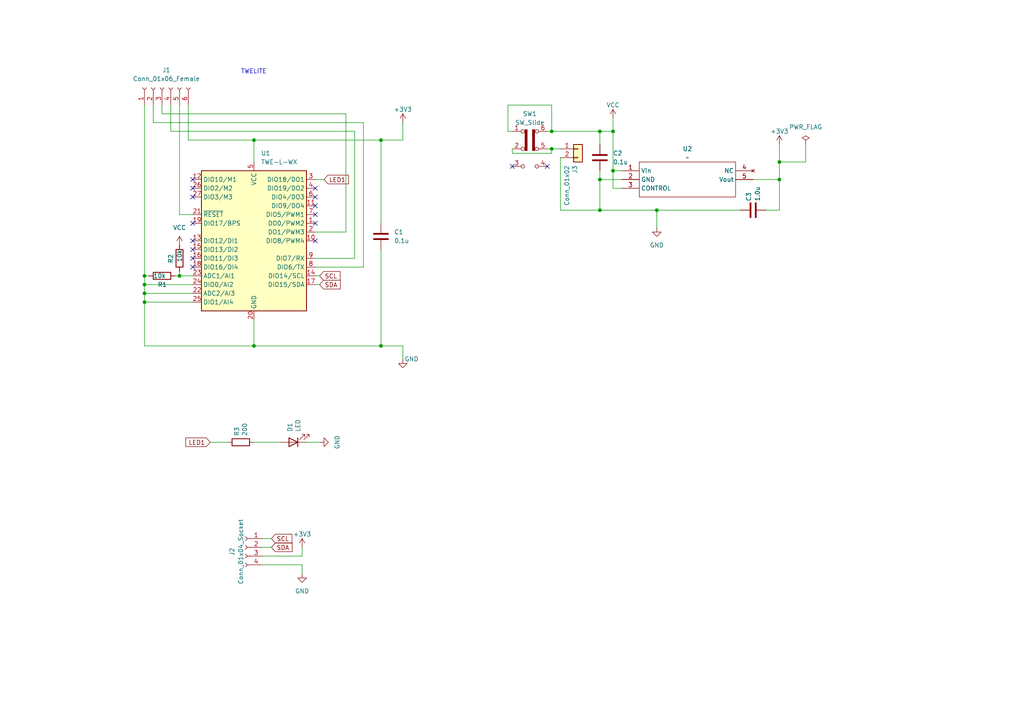
<source format=kicad_sch>
(kicad_sch (version 20231120) (generator "eeschema") (generator_version "8.0")
  (paper "A4")
  (title_block (title "Barometer") (rev "0.0") (company "NABA"))
  (lib_symbols
    (symbol "Connector:Conn_01x04_Socket" (pin_names (offset 1.016) hide)
      (property "Reference" "J" (at 0 5.08 0))
      (property "Value" "Conn_01x04_Socket" (at 0 -7.62 0))
      (symbol "Conn_01x04_Socket_1_1"
        (arc (start 0 -4.572) (mid -0.5058 -5.08) (end 0 -5.588) (stroke (width 0.1524)))
        (arc (start 0 -2.032) (mid -0.5058 -2.54) (end 0 -3.048) (stroke (width 0.1524)))
        (polyline (pts (xy -1.27 -5.08) (xy -0.508 -5.08)) (stroke (width 0.1524)))
        (polyline (pts (xy -1.27 -2.54) (xy -0.508 -2.54)) (stroke (width 0.1524)))
        (polyline (pts (xy -1.27 0) (xy -0.508 0)) (stroke (width 0.1524)))
        (polyline (pts (xy -1.27 2.54) (xy -0.508 2.54)) (stroke (width 0.1524)))
        (arc (start 0 0.508) (mid -0.5058 0) (end 0 -0.508) (stroke (width 0.1524)))
        (arc (start 0 3.048) (mid -0.5058 2.54) (end 0 2.032) (stroke (width 0.1524)))
        (pin passive line (at -5.08 2.54 0) (length 3.81) (name "Pin_1") (number "1"))
        (pin passive line (at -5.08 0 0) (length 3.81) (name "Pin_2") (number "2"))
        (pin passive line (at -5.08 -2.54 0) (length 3.81) (name "Pin_3") (number "3"))
        (pin passive line (at -5.08 -5.08 0) (length 3.81) (name "Pin_4") (number "4"))
      )
    )
    (symbol "Connector:Conn_01x06_Female" (pin_names (offset 1.016) hide)
      (property "Reference" "J" (at 0 7.62 0))
      (property "Value" "Conn_01x06_Female" (at 0 -10.16 0))
      (symbol "Conn_01x06_Female_1_1"
        (arc (start 0 -7.112) (mid -0.5058 -7.62) (end 0 -8.128) (stroke (width 0.1524)))
        (arc (start 0 -4.572) (mid -0.5058 -5.08) (end 0 -5.588) (stroke (width 0.1524)))
        (arc (start 0 -2.032) (mid -0.5058 -2.54) (end 0 -3.048) (stroke (width 0.1524)))
        (polyline (pts (xy -1.27 -7.62) (xy -0.508 -7.62)) (stroke (width 0.1524)))
        (polyline (pts (xy -1.27 -5.08) (xy -0.508 -5.08)) (stroke (width 0.1524)))
        (polyline (pts (xy -1.27 -2.54) (xy -0.508 -2.54)) (stroke (width 0.1524)))
        (polyline (pts (xy -1.27 0) (xy -0.508 0)) (stroke (width 0.1524)))
        (polyline (pts (xy -1.27 2.54) (xy -0.508 2.54)) (stroke (width 0.1524)))
        (polyline (pts (xy -1.27 5.08) (xy -0.508 5.08)) (stroke (width 0.1524)))
        (arc (start 0 0.508) (mid -0.5058 0) (end 0 -0.508) (stroke (width 0.1524)))
        (arc (start 0 3.048) (mid -0.5058 2.54) (end 0 2.032) (stroke (width 0.1524)))
        (arc (start 0 5.588) (mid -0.5058 5.08) (end 0 4.572) (stroke (width 0.1524)))
        (pin passive line (at -5.08 5.08 0) (length 3.81) (name "Pin_1") (number "1"))
        (pin passive line (at -5.08 2.54 0) (length 3.81) (name "Pin_2") (number "2"))
        (pin passive line (at -5.08 0 0) (length 3.81) (name "Pin_3") (number "3"))
        (pin passive line (at -5.08 -2.54 0) (length 3.81) (name "Pin_4") (number "4"))
        (pin passive line (at -5.08 -5.08 0) (length 3.81) (name "Pin_5") (number "5"))
        (pin passive line (at -5.08 -7.62 0) (length 3.81) (name "Pin_6") (number "6"))
      )
    )
    (symbol "Connector_Generic:Conn_01x02" (pin_names (offset 1.016) hide)
      (property "Reference" "J" (at 0 2.54 0))
      (property "Value" "Conn_01x02" (at 0 -5.08 0))
      (symbol "Conn_01x02_1_1"
        (rectangle (start -1.27 -2.413) (end 0 -2.667) (stroke (width 0.1524)))
        (rectangle (start -1.27 0.127) (end 0 -0.127) (stroke (width 0.1524)))
        (rectangle (start -1.27 1.27) (end 1.27 -3.81) (stroke (width 0.254)) (fill (type background)))
        (pin passive line (at -5.08 0 0) (length 3.81) (name "Pin_1") (number "1"))
        (pin passive line (at -5.08 -2.54 0) (length 3.81) (name "Pin_2") (number "2"))
      )
    )
    (symbol "Device:C" (pin_numbers hide) (pin_names (offset 0.254))
      (property "Reference" "C" (at 0.635 2.54 0))
      (property "Value" "C" (at 0.635 -2.54 0))
      (symbol "C_0_1"
        (polyline (pts (xy -2.032 -0.762) (xy 2.032 -0.762)) (stroke (width 0.508)))
        (polyline (pts (xy -2.032 0.762) (xy 2.032 0.762)) (stroke (width 0.508)))
      )
      (symbol "C_1_1"
        (pin passive line (at 0 3.81 270) (length 2.794) (name "~") (number "1"))
        (pin passive line (at 0 -3.81 90) (length 2.794) (name "~") (number "2"))
      )
    )
    (symbol "Device:LED" (pin_numbers hide) (pin_names (offset 1.016) hide)
      (property "Reference" "D" (at 0 2.54 0))
      (property "Value" "LED" (at 0 -2.54 0))
      (symbol "LED_0_1"
        (polyline (pts (xy -1.27 -1.27) (xy -1.27 1.27)) (stroke (width 0.254)))
        (polyline (pts (xy -1.27 0) (xy 1.27 0)))
        (polyline (pts (xy 1.27 -1.27) (xy 1.27 1.27) (xy -1.27 0) (xy 1.27 -1.27)) (stroke (width 0.254)))
        (polyline (pts (xy -3.048 -0.762) (xy -4.572 -2.286) (xy -3.81 -2.286) (xy -4.572 -2.286) (xy -4.572 -1.524)))
        (polyline (pts (xy -1.778 -0.762) (xy -3.302 -2.286) (xy -2.54 -2.286) (xy -3.302 -2.286) (xy -3.302 -1.524)))
      )
      (symbol "LED_1_1"
        (pin passive line (at -3.81 0 0) (length 2.54) (name "K") (number "1"))
        (pin passive line (at 3.81 0 180) (length 2.54) (name "A") (number "2"))
      )
    )
    (symbol "Device:R" (pin_numbers hide) (pin_names (offset 0))
      (property "Reference" "R" (at 2.032 0 90))
      (property "Value" "R" (at 0 0 90))
      (symbol "R_0_1"
        (rectangle (start -1.016 -2.54) (end 1.016 2.54) (stroke (width 0.254)))
      )
      (symbol "R_1_1"
        (pin passive line (at 0 3.81 270) (length 1.27) (name "~") (number "1"))
        (pin passive line (at 0 -3.81 90) (length 1.27) (name "~") (number "2"))
      )
    )
    (symbol "GND_1" (power) (pin_names (offset 0))
      (property "Value" "GND_1" (at 0 -3.81 0))
      (symbol "GND_1_0_1"
        (polyline (pts (xy 0 0) (xy 0 -1.27) (xy 1.27 -1.27) (xy 0 -2.54) (xy -1.27 -1.27) (xy 0 -1.27)))
      )
      (symbol "GND_1_1_1"
        (pin power_in line (at 0 0 270) (length 0) hide (name "GND") (number "1"))
      )
    )
    (symbol "GND_2" (power) (pin_names (offset 0))
      (property "Value" "GND_2" (at 0 -3.81 0))
      (symbol "GND_2_0_1"
        (polyline (pts (xy 0 0) (xy 0 -1.27) (xy 1.27 -1.27) (xy 0 -2.54) (xy -1.27 -1.27) (xy 0 -1.27)))
      )
      (symbol "GND_2_1_1"
        (pin power_in line (at 0 0 270) (length 0) hide (name "GND") (number "1"))
      )
    )
    (symbol "NABA:NJM2866F33"
      (property "Reference" "U" (at 0 0 0))
      (symbol "NJM2866F33_0_1"
        (polyline (pts (xy -13.97 5.08) (xy 13.97 5.08) (xy 13.97 -5.08) (xy -13.97 -5.08) (xy -13.97 5.08)) (stroke (width 0.1524)))
      )
      (symbol "NJM2866F33_1_0"
        (pin power_in line (at -19.05 2.54 0) (length 5.08) (name "Vin") (number "1"))
        (pin input line (at -19.05 0 0) (length 5.08) (name "GND") (number "2"))
        (pin input line (at -19.05 -2.54 0) (length 5.08) (name "CONTROL") (number "3"))
        (pin no_connect line (at 19.05 2.54 180) (length 5.08) (name "NC") (number "4"))
        (pin power_out line (at 19.05 0 180) (length 5.08) (name "Vout") (number "5"))
      )
    )
    (symbol "NABA:SW_Slide" (pin_names (offset 0) hide)
      (property "Reference" "SW" (at 0 6.858 0))
      (property "Value" "SW_Slide" (at 0 -8.128 0))
      (symbol "SW_Slide_0_0"
        (circle (center -2.032 -5.08) (radius 0.508))
        (circle (center -2.032 5.08) (radius 0.508))
        (circle (center 2.032 -5.08) (radius 0.508))
        (circle (center 2.032 0) (radius 0.508))
      )
      (symbol "SW_Slide_0_1"
        (circle (center -2.032 0) (radius 0.508))
        (circle (center 2.032 5.08) (radius 0.508))
      )
      (symbol "SW_Slide_1_1"
        (rectangle (start -1.397 5.588) (end -0.762 -0.508) (fill (type outline)))
        (rectangle (start 0.762 5.588) (end 1.397 -0.508) (fill (type outline)))
        (pin passive line (at -5.08 5.08 0) (length 2.54) (name "A") (number "1"))
        (pin passive line (at -5.08 0 0) (length 2.54) (name "B") (number "2"))
        (pin passive line (at -5.08 -5.08 0) (length 2.54) (name "C") (number "3"))
        (pin passive line (at 5.08 -5.08 180) (length 2.54) (name "A") (number "4"))
        (pin passive line (at 5.08 0 180) (length 2.54) (name "B") (number "5"))
        (pin passive line (at 5.08 5.08 180) (length 2.54) (name "C") (number "6"))
      )
    )
    (symbol "RF_ZigBee:TWE-L-WX"
      (property "Reference" "U" (at -11.43 21.59 0))
      (property "Value" "TWE-L-WX" (at 7.62 21.59 0))
      (symbol "TWE-L-WX_1_0"
        (rectangle (start -15.24 -20.32) (end 15.24 20.32) (stroke (width 0.254)) (fill (type background)))
      )
      (symbol "TWE-L-WX_1_1"
        (pin output line (at 17.78 5.08 180) (length 2.54) (name "DO0/PWM2") (number "1"))
        (pin bidirectional line (at 17.78 0 180) (length 2.54) (name "DIO8/PWM4") (number "10"))
        (pin bidirectional line (at 17.78 10.16 180) (length 2.54) (name "DIO9/DO4") (number "11"))
        (pin bidirectional line (at -17.78 17.78 0) (length 2.54) (name "DIO10/M1") (number "12"))
        (pin bidirectional line (at -17.78 0 0) (length 2.54) (name "DIO12/DI1") (number "13"))
        (pin bidirectional line (at 17.78 -10.16 180) (length 2.54) (name "DIO14/SCL") (number "14"))
        (pin bidirectional line (at -17.78 -2.54 0) (length 2.54) (name "DIO13/DI2") (number "15"))
        (pin bidirectional line (at -17.78 -5.08 0) (length 2.54) (name "DIO11/DI3") (number "16"))
        (pin bidirectional line (at 17.78 -12.7 180) (length 2.54) (name "DIO15/SDA") (number "17"))
        (pin bidirectional line (at -17.78 -7.62 0) (length 2.54) (name "DIO16/DI4") (number "18"))
        (pin bidirectional line (at -17.78 5.08 0) (length 2.54) (name "DIO17/BPS") (number "19"))
        (pin bidirectional line (at 17.78 2.54 180) (length 2.54) (name "DO1/PWM3") (number "2"))
        (pin power_in line (at 0 -22.86 90) (length 2.54) (name "GND") (number "20"))
        (pin input line (at -17.78 7.62 0) (length 2.54) (name "~{RESET}") (number "21"))
        (pin input line (at -17.78 -15.24 0) (length 2.54) (name "ADC2/AI3") (number "22"))
        (pin input line (at -17.78 -10.16 0) (length 2.54) (name "ADC1/AI1") (number "23"))
        (pin bidirectional line (at -17.78 -12.7 0) (length 2.54) (name "DIO0/AI2") (number "24"))
        (pin bidirectional line (at -17.78 -17.78 0) (length 2.54) (name "DIO1/AI4") (number "25"))
        (pin bidirectional line (at -17.78 15.24 0) (length 2.54) (name "DIO2/M2") (number "26"))
        (pin bidirectional line (at -17.78 12.7 0) (length 2.54) (name "DIO3/M3") (number "27"))
        (pin passive line (at 0 -22.86 90) (length 2.54) hide (name "GND") (number "28"))
        (pin no_connect line (at 15.24 -17.78 180) (length 2.54) hide (name "NC") (number "29"))
        (pin bidirectional line (at 17.78 17.78 180) (length 2.54) (name "DIO18/DO1") (number "3"))
        (pin passive line (at 0 -22.86 90) (length 2.54) hide (name "GND") (number "30"))
        (pin passive line (at 0 -22.86 90) (length 2.54) hide (name "GND") (number "31"))
        (pin passive line (at 0 -22.86 90) (length 2.54) hide (name "GND") (number "32"))
        (pin bidirectional line (at 17.78 15.24 180) (length 2.54) (name "DIO19/DO2") (number "4"))
        (pin power_in line (at 0 22.86 270) (length 2.54) (name "VCC") (number "5"))
        (pin bidirectional line (at 17.78 12.7 180) (length 2.54) (name "DIO4/DO3") (number "6"))
        (pin bidirectional line (at 17.78 7.62 180) (length 2.54) (name "DIO5/PWM1") (number "7"))
        (pin bidirectional line (at 17.78 -7.62 180) (length 2.54) (name "DIO6/TX") (number "8"))
        (pin bidirectional line (at 17.78 -5.08 180) (length 2.54) (name "DIO7/RX") (number "9"))
      )
    )
    (symbol "power:+3V3" (power) (pin_names (offset 0))
      (property "Value" "+3V3" (at 0 3.556 0))
      (symbol "+3V3_0_1"
        (polyline (pts (xy -0.762 1.27) (xy 0 2.54)))
        (polyline (pts (xy 0 0) (xy 0 2.54)))
        (polyline (pts (xy 0 2.54) (xy 0.762 1.27)))
      )
      (symbol "+3V3_1_1"
        (pin power_in line (at 0 0 90) (length 0) hide (name "+3V3") (number "1"))
      )
    )
    (symbol "power:GND" (power) (pin_names (offset 0))
      (property "Value" "GND" (at 0 -3.81 0))
      (symbol "GND_0_1"
        (polyline (pts (xy 0 0) (xy 0 -1.27) (xy 1.27 -1.27) (xy 0 -2.54) (xy -1.27 -1.27) (xy 0 -1.27)))
      )
      (symbol "GND_1_1"
        (pin power_in line (at 0 0 270) (length 0) hide (name "GND") (number "1"))
      )
    )
    (symbol "power:PWR_FLAG" (power) (pin_numbers hide) (pin_names (offset 0) hide)
      (property "Value" "PWR_FLAG" (at 0 3.81 0))
      (symbol "PWR_FLAG_0_0"
        (pin power_out line (at 0 0 90) (length 0) (name "pwr") (number "1"))
      )
      (symbol "PWR_FLAG_0_1"
        (polyline (pts (xy 0 0) (xy 0 1.27) (xy -1.016 1.905) (xy 0 2.54) (xy 1.016 1.905) (xy 0 1.27)))
      )
    )
    (symbol "power:VCC" (power) (pin_names (offset 0))
      (property "Value" "VCC" (at 0 3.81 0))
      (symbol "VCC_0_1"
        (polyline (pts (xy -0.762 1.27) (xy 0 2.54)))
        (polyline (pts (xy 0 0) (xy 0 2.54)))
        (polyline (pts (xy 0 2.54) (xy 0.762 1.27)))
      )
      (symbol "VCC_1_1"
        (pin power_in line (at 0 0 90) (length 0) hide (name "VCC") (number "1"))
      )
    )
  )
  (junction (at 173.99 52.07))
  (junction (at 73.66 100.33))
  (junction (at 41.91 80.01))
  (junction (at 52.07 80.01))
  (junction (at 73.66 40.64))
  (junction (at 190.5 60.96))
  (junction (at 41.91 82.55))
  (junction (at 110.49 40.64))
  (junction (at 160.02 43.18))
  (junction (at 226.06 46.99))
  (junction (at 177.8 38.1))
  (junction (at 226.06 52.07))
  (junction (at 110.49 100.33))
  (junction (at 41.91 85.09))
  (junction (at 177.8 49.53))
  (junction (at 173.99 60.96))
  (junction (at 160.02 38.1))
  (junction (at 41.91 87.63))
  (junction (at 173.99 38.1))
  (no_connect (at 55.88 77.47))
  (no_connect (at 91.44 54.61))
  (no_connect (at 148.59 48.26))
  (no_connect (at 55.88 54.61))
  (no_connect (at 55.88 57.15))
  (no_connect (at 55.88 69.85))
  (no_connect (at 91.44 59.69))
  (no_connect (at 55.88 72.39))
  (no_connect (at 55.88 52.07))
  (no_connect (at 91.44 62.23))
  (no_connect (at 91.44 57.15))
  (no_connect (at 55.88 64.77))
  (no_connect (at 91.44 69.85))
  (no_connect (at 91.44 64.77))
  (no_connect (at 55.88 74.93))
  (no_connect (at 158.75 48.26))
  (wire (pts (xy 162.56 43.18) (xy 160.02 43.18)))
  (wire (pts (xy 218.44 52.07) (xy 226.06 52.07)))
  (wire (pts (xy 214.63 60.96) (xy 190.5 60.96)))
  (wire (pts (xy 88.9 128.27) (xy 92.71 128.27)))
  (wire (pts (xy 73.66 40.64) (xy 73.66 46.99)))
  (wire (pts (xy 173.99 52.07) (xy 173.99 60.96)))
  (wire (pts (xy 233.68 46.99) (xy 226.06 46.99)))
  (wire (pts (xy 147.32 30.48) (xy 160.02 30.48)))
  (wire (pts (xy 41.91 100.33) (xy 73.66 100.33)))
  (wire (pts (xy 91.44 52.07) (xy 93.98 52.07)))
  (wire (pts (xy 177.8 34.29) (xy 177.8 38.1)))
  (wire (pts (xy 44.45 30.48) (xy 44.45 35.56)))
  (wire (pts (xy 49.53 38.1) (xy 102.87 38.1)))
  (wire (pts (xy 160.02 43.18) (xy 158.75 43.18)))
  (wire (pts (xy 177.8 49.53) (xy 180.34 49.53)))
  (wire (pts (xy 55.88 82.55) (xy 41.91 82.55)))
  (wire (pts (xy 160.02 30.48) (xy 160.02 38.1)))
  (wire (pts (xy 55.88 85.09) (xy 41.91 85.09)))
  (wire (pts (xy 173.99 52.07) (xy 180.34 52.07)))
  (wire (pts (xy 177.8 38.1) (xy 177.8 49.53)))
  (wire (pts (xy 91.44 74.93) (xy 102.87 74.93)))
  (wire (pts (xy 110.49 100.33) (xy 116.84 100.33)))
  (wire (pts (xy 87.63 161.29) (xy 76.2 161.29)))
  (wire (pts (xy 226.06 52.07) (xy 226.06 60.96)))
  (wire (pts (xy 110.49 72.39) (xy 110.49 100.33)))
  (wire (pts (xy 148.59 44.45) (xy 160.02 44.45)))
  (wire (pts (xy 41.91 100.33) (xy 41.91 87.63)))
  (wire (pts (xy 49.53 30.48) (xy 49.53 38.1)))
  (wire (pts (xy 52.07 78.74) (xy 52.07 80.01)))
  (wire (pts (xy 41.91 80.01) (xy 43.18 80.01)))
  (wire (pts (xy 87.63 163.83) (xy 76.2 163.83)))
  (wire (pts (xy 55.88 87.63) (xy 41.91 87.63)))
  (wire (pts (xy 173.99 38.1) (xy 177.8 38.1)))
  (wire (pts (xy 100.33 33.02) (xy 46.99 33.02)))
  (wire (pts (xy 44.45 35.56) (xy 105.41 35.56)))
  (wire (pts (xy 81.28 128.27) (xy 73.66 128.27)))
  (wire (pts (xy 50.8 80.01) (xy 52.07 80.01)))
  (wire (pts (xy 177.8 54.61) (xy 177.8 49.53)))
  (wire (pts (xy 190.5 60.96) (xy 190.5 66.04)))
  (wire (pts (xy 233.68 41.91) (xy 233.68 46.99)))
  (wire (pts (xy 100.33 67.31) (xy 100.33 33.02)))
  (wire (pts (xy 226.06 41.91) (xy 226.06 46.99)))
  (wire (pts (xy 87.63 161.29) (xy 87.63 158.75)))
  (wire (pts (xy 180.34 54.61) (xy 177.8 54.61)))
  (wire (pts (xy 158.75 38.1) (xy 160.02 38.1)))
  (wire (pts (xy 52.07 62.23) (xy 52.07 30.48)))
  (wire (pts (xy 41.91 30.48) (xy 41.91 80.01)))
  (wire (pts (xy 148.59 43.18) (xy 148.59 44.45)))
  (wire (pts (xy 116.84 104.14) (xy 116.84 100.33)))
  (wire (pts (xy 60.96 128.27) (xy 66.04 128.27)))
  (wire (pts (xy 41.91 82.55) (xy 41.91 85.09)))
  (wire (pts (xy 173.99 41.91) (xy 173.99 38.1)))
  (wire (pts (xy 110.49 40.64) (xy 110.49 64.77)))
  (wire (pts (xy 41.91 80.01) (xy 41.91 82.55)))
  (wire (pts (xy 105.41 35.56) (xy 105.41 77.47)))
  (wire (pts (xy 162.56 60.96) (xy 173.99 60.96)))
  (wire (pts (xy 91.44 82.55) (xy 92.71 82.55)))
  (wire (pts (xy 73.66 100.33) (xy 110.49 100.33)))
  (wire (pts (xy 41.91 85.09) (xy 41.91 87.63)))
  (wire (pts (xy 116.84 35.56) (xy 116.84 40.64)))
  (wire (pts (xy 226.06 46.99) (xy 226.06 52.07)))
  (wire (pts (xy 105.41 77.47) (xy 91.44 77.47)))
  (wire (pts (xy 54.61 40.64) (xy 73.66 40.64)))
  (wire (pts (xy 52.07 80.01) (xy 55.88 80.01)))
  (wire (pts (xy 87.63 166.37) (xy 87.63 163.83)))
  (wire (pts (xy 76.2 156.21) (xy 78.74 156.21)))
  (wire (pts (xy 102.87 38.1) (xy 102.87 74.93)))
  (wire (pts (xy 54.61 30.48) (xy 54.61 40.64)))
  (wire (pts (xy 147.32 38.1) (xy 147.32 30.48)))
  (wire (pts (xy 52.07 62.23) (xy 55.88 62.23)))
  (wire (pts (xy 173.99 60.96) (xy 190.5 60.96)))
  (wire (pts (xy 73.66 40.64) (xy 110.49 40.64)))
  (wire (pts (xy 91.44 67.31) (xy 100.33 67.31)))
  (wire (pts (xy 162.56 45.72) (xy 162.56 60.96)))
  (wire (pts (xy 92.71 80.01) (xy 91.44 80.01)))
  (wire (pts (xy 76.2 158.75) (xy 78.74 158.75)))
  (wire (pts (xy 110.49 40.64) (xy 116.84 40.64)))
  (wire (pts (xy 73.66 92.71) (xy 73.66 100.33)))
  (wire (pts (xy 46.99 33.02) (xy 46.99 30.48)))
  (wire (pts (xy 160.02 44.45) (xy 160.02 43.18)))
  (wire (pts (xy 173.99 49.53) (xy 173.99 52.07)))
  (wire (pts (xy 226.06 60.96) (xy 222.25 60.96)))
  (wire (pts (xy 147.32 38.1) (xy 148.59 38.1)))
  (wire (pts (xy 160.02 38.1) (xy 173.99 38.1)))
  (text "TWELITE" (at 69.85 21.59 0) (effects (font (size 1.27 1.27)) (justify left bottom)))
  (global_label "SCL" (shape input) (at 78.74 156.21 0) (property "Intersheetrefs" "${INTERSHEET_REFS}" (effects (hide yes))))
  (global_label "SDA" (shape input) (at 92.71 82.55 0) (property "Intersheetrefs" "${INTERSHEET_REFS}" (effects (hide yes))))
  (global_label "SDA" (shape input) (at 78.74 158.75 0) (property "Intersheetrefs" "${INTERSHEET_REFS}" (effects (hide yes))))
  (global_label "LED1" (shape input) (at 93.98 52.07 0) (property "Intersheetrefs" "${INTERSHEET_REFS}" (effects (hide yes))))
  (global_label "LED1" (shape input) (at 60.96 128.27 180) (property "Intersheetrefs" "${INTERSHEET_REFS}" (effects (hide yes))))
  (global_label "SCL" (shape input) (at 92.71 80.01 0) (property "Intersheetrefs" "${INTERSHEET_REFS}" (effects (hide yes))))
  (symbol (lib_id "Device:R") (at 69.85 128.27 90) (unit 1)
    (property "Reference" "R3" (at 68.6816 126.492 0) (effects (justify left)))
    (property "Value" "200" (at 70.993 126.492 0) (effects (justify left)))
    (property "Footprint" "Resistor_SMD:R_0603_1608Metric_Pad0.98x0.95mm_HandSolder" (effects (hide yes)))
  )
  (symbol (lib_name "GND_2") (lib_id "power:GND") (at 92.71 128.27 90) (unit 1)
    (property "Reference" "#PWR04" (effects (hide yes)))
    (property "Value" "GND" (at 97.79 128.27 0))
  )
  (symbol (lib_id "Device:R") (at 52.07 74.93 0) (unit 1)
    (property "Reference" "R2" (at 49.53 73.66 90) (effects (justify right)))
    (property "Value" "10k" (at 52.07 72.39 90) (effects (justify right)))
    (property "Footprint" "Resistor_SMD:R_0603_1608Metric_Pad0.98x0.95mm_HandSolder" (effects (hide yes)))
  )
  (symbol (lib_id "Device:LED") (at 85.09 128.27 180) (unit 1)
    (property "Reference" "D1" (at 84.0994 125.2728 90) (effects (justify right)))
    (property "Value" "LED" (at 86.4108 125.2728 90) (effects (justify right)))
    (property "Footprint" "Diode_SMD:D_0603_1608Metric_Pad1.05x0.95mm_HandSolder" (effects (hide yes)))
  )
  (symbol (lib_id "Device:C") (at 110.49 68.58 0) (unit 1)
    (property "Reference" "C1" (at 114.3 67.3099 0) (effects (justify left)))
    (property "Value" "0.1u" (at 114.3 69.8499 0) (effects (justify left)))
    (property "Footprint" "Capacitor_SMD:C_0603_1608Metric_Pad1.08x0.95mm_HandSolder" (effects (hide yes)))
  )
  (symbol (lib_id "Device:C") (at 173.99 45.72 0) (unit 1)
    (property "Reference" "C2" (at 177.8 44.4499 0) (effects (justify left)))
    (property "Value" "0.1u" (at 177.8 46.99 0) (effects (justify left)))
    (property "Footprint" "Capacitor_SMD:C_0603_1608Metric_Pad1.08x0.95mm_HandSolder" (effects (hide yes)))
  )
  (symbol (lib_id "RF_ZigBee:TWE-L-WX") (at 73.66 69.85 0) (unit 1)
    (property "Reference" "U1" (at 75.6794 44.45 0) (effects (justify left)))
    (property "Value" "TWE-L-WX" (at 75.6794 46.99 0) (effects (justify left)))
    (property "Footprint" "RF_Module:MonoWireless_TWE-L-WX" (effects (hide yes)))
    (property "Datasheet" "https://www.mono-wireless.com/jp/products/TWE-LITE/MW-PDS-TWELITE-JP.pdf" (effects (hide yes)))
  )
  (symbol (lib_id "power:GND") (at 116.84 104.14 0) (unit 1)
    (property "Reference" "#PWR06" (effects (hide yes)))
    (property "Value" "GND" (at 119.38 104.14 0))
  )
  (symbol (lib_id "Connector_Generic:Conn_01x02") (at 167.64 43.18 0) (unit 1)
    (property "Reference" "J3" (at 166.7256 47.9552 90) (effects (justify right)))
    (property "Value" "Conn_01x02" (at 164.4142 47.9552 90) (effects (justify right)))
    (property "Footprint" "Connector_JST:JST_PH_B2B-PH-K_1x02_P2.00mm_Vertical" (effects (hide yes)))
  )
  (symbol (lib_id "Device:C") (at 218.44 60.96 90) (unit 1)
    (property "Reference" "C3" (at 217.17 58.42 0) (effects (justify left)))
    (property "Value" "1.0u" (at 219.71 58.42 0) (effects (justify left)))
    (property "Footprint" "Capacitor_SMD:C_0603_1608Metric_Pad1.08x0.95mm_HandSolder" (effects (hide yes)))
  )
  (symbol (lib_id "Connector:Conn_01x06_Female") (at 46.99 25.4 90) (unit 1)
    (property "Reference" "J1" (at 48.26 20.32 90))
    (property "Value" "Conn_01x06_Female" (at 48.26 22.86 90))
    (property "Footprint" "Connector_PinSocket_2.54mm:PinSocket_1x06_P2.54mm_Vertical" (effects (hide yes)))
  )
  (symbol (lib_id "power:PWR_FLAG") (at 233.68 41.91 0) (unit 1)
    (property "Reference" "#FLG01" (effects (hide yes)))
    (property "Value" "PWR_FLAG" (at 233.68 36.83 0))
  )
  (symbol (lib_id "Device:R") (at 46.99 80.01 90) (unit 1)
    (property "Reference" "R1" (at 45.72 82.55 90) (effects (justify right)))
    (property "Value" "10k" (at 44.45 80.01 90) (effects (justify right)))
    (property "Footprint" "Resistor_SMD:R_0603_1608Metric_Pad0.98x0.95mm_HandSolder" (effects (hide yes)))
  )
  (symbol (lib_id "power:VCC") (at 52.07 71.12 0) (unit 1)
    (property "Reference" "#PWR01" (effects (hide yes)))
    (property "Value" "VCC" (at 52.07 66.04 0))
  )
  (symbol (lib_id "Connector:Conn_01x04_Socket") (at 71.12 158.75 0) (mirror y) (unit 1)
    (property "Reference" "J2" (at 67.31 160.02 90))
    (property "Value" "Conn_01x04_Socket" (at 69.85 160.02 90))
    (property "Footprint" "Connector:NS-Tech_Grove_1x04_P2mm_Vertical" (effects (hide yes)))
  )
  (symbol (lib_id "power:+3V3") (at 87.63 158.75 0) (unit 1)
    (property "Reference" "#PWR02" (effects (hide yes)))
    (property "Value" "+3V3" (at 87.63 154.94 0))
  )
  (symbol (lib_name "GND_1") (lib_id "power:GND") (at 87.63 166.37 0) (unit 1)
    (property "Reference" "#PWR03" (effects (hide yes)))
    (property "Value" "GND" (at 87.63 171.45 0))
  )
  (symbol (lib_id "power:+3V3") (at 116.84 35.56 0) (unit 1)
    (property "Reference" "#PWR05" (effects (hide yes)))
    (property "Value" "+3V3" (at 116.84 31.75 0))
  )
  (symbol (lib_id "power:VCC") (at 177.8 34.29 0) (unit 1)
    (property "Reference" "#PWR07" (effects (hide yes)))
    (property "Value" "VCC" (at 177.8 30.48 0))
  )
  (symbol (lib_id "NABA:SW_Slide") (at 153.67 43.18 0) (unit 1)
    (property "Reference" "SW1" (at 153.67 33.02 0))
    (property "Value" "SW_Slide" (at 153.67 35.56 0))
    (property "Footprint" "NABA:SW_Slide" (effects (hide yes)))
    (property "Datasheet" "https://akizukidenshi.com/catalog/g/g105043/" (effects (hide yes)))
    (property "Description" "Slide Switch, dual pole double throw" (effects (hide yes)))
  )
  (symbol (lib_id "NABA:NJM2866F33") (at 199.39 52.07 0) (unit 1)
    (property "Reference" "U2" (at 199.39 43.18 0))
    (property "Value" "~" (at 199.39 45.72 0))
    (property "Footprint" "NABA:SOT95P280X130-5N" (effects (hide yes)))
    (property "Datasheet" "https://akizukidenshi.com/goodsaffix/NJM2865_NJM2866_J.pdf" (effects (hide yes)))
    (property "Description" "Ultra Low Noise Low Dropout Voltage Regulator, SOT-23-5" (effects (hide yes)))
  )
  (symbol (lib_id "power:GND") (at 190.5 66.04 0) (unit 1)
    (property "Reference" "#PWR08" (effects (hide yes)))
    (property "Value" "GND" (at 190.5 71.12 0))
  )
  (symbol (lib_id "power:+3V3") (at 226.06 41.91 0) (unit 1)
    (property "Reference" "#PWR09" (effects (hide yes)))
    (property "Value" "+3V3" (at 226.06 38.1 0))
  )
)
</source>
